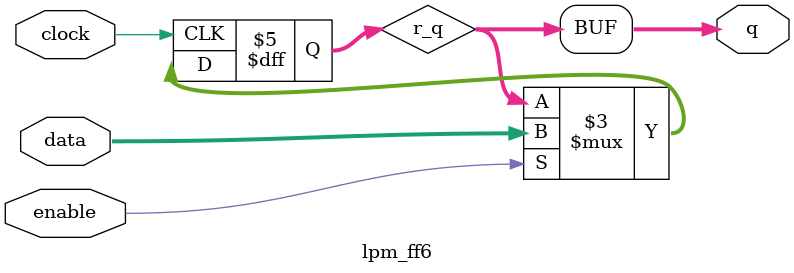
<source format=v>
module lpm_ff0(
	clock,
	data,
	enable,
	q
);
input clock;
input [31:0] data;
input enable;
output [31:0] q;

reg [31:0] r_q = 32'd0;

assign q = r_q;

always @(posedge clock) begin
	if (enable) begin
		r_q <= data;
	end
end
endmodule

////////////////////////////////////////////////////////////////////////////////

module lpm_ff1(
	clock,
	data,
	q
);
input clock;
input [31:0] data;
output [31:0] q;

reg [31:0] r_q = 32'd0;

assign q = r_q;

always @(posedge clock) begin
	r_q <= data;
end
endmodule

////////////////////////////////////////////////////////////////////////////////

module lpm_ff2(
	clock,
	data,
	q
);
input clock;
input [127:0] data;
output [127:0] q;

reg [127:0] r_q = 128'd0;

assign q = r_q;

always @(posedge clock) begin
	r_q <= data;
end
endmodule

////////////////////////////////////////////////////////////////////////////////

module lpm_ff3(
	clock,
	data,
	q
);
input clock;
input [23:0] data;
output [23:0] q;

reg [23:0] r_q = 24'd0;

assign q = r_q;

always @(posedge clock) begin
	r_q <= data;
end
endmodule

////////////////////////////////////////////////////////////////////////////////

module lpm_ff4(
	clock,
	data,
	q
);
input clock;
input [15:0] data;
output [15:0] q;

reg [15:0] r_q = 16'd0;

assign q = r_q;

always @(posedge clock) begin
	r_q <= data;
end
endmodule

////////////////////////////////////////////////////////////////////////////////

module lpm_ff5(
	clock,
	data,
	q
);
input clock;
input [7:0] data;
output [7:0] q;

reg [7:0] r_q = 8'd0;

assign q = r_q;

always @(posedge clock) begin
	r_q <= data;
end
endmodule

////////////////////////////////////////////////////////////////////////////////

module lpm_ff6(
	clock,
	data,
	enable,
	q
);
input clock;
input [127:0] data;
input enable;
output [127:0] q;

reg [127:0] r_q = 128'd0;

assign q = r_q;

always @(posedge clock) begin
	if (enable) begin
		r_q <= data;
	end
end
endmodule

</source>
